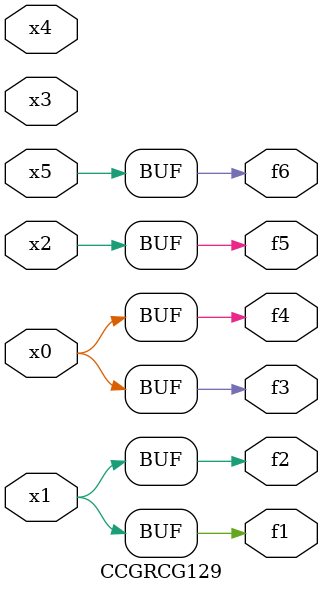
<source format=v>
module CCGRCG129(
	input x0, x1, x2, x3, x4, x5,
	output f1, f2, f3, f4, f5, f6
);
	assign f1 = x1;
	assign f2 = x1;
	assign f3 = x0;
	assign f4 = x0;
	assign f5 = x2;
	assign f6 = x5;
endmodule

</source>
